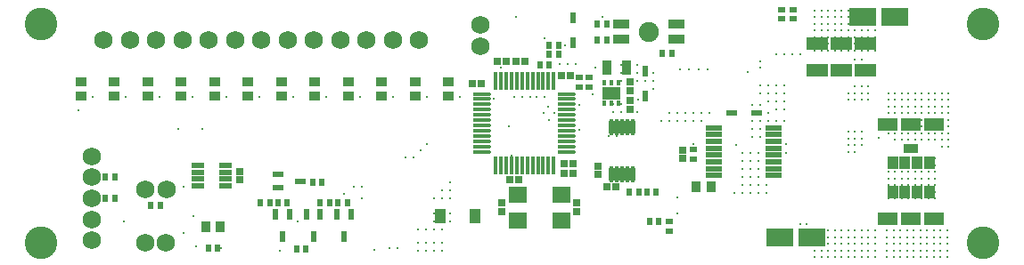
<source format=gbs>
G04 Layer_Color=16711935*
%FSAX25Y25*%
%MOIN*%
G70*
G01*
G75*
%ADD49C,0.07480*%
%ADD51C,0.12205*%
%ADD88R,0.02372X0.03947*%
%ADD96R,0.02569X0.02647*%
%ADD97R,0.02372X0.02765*%
%ADD98R,0.02765X0.02372*%
%ADD100R,0.02647X0.02569*%
%ADD121R,0.03356X0.05718*%
%ADD125C,0.06900*%
%ADD126C,0.01200*%
%ADD127R,0.06112X0.03750*%
%ADD128R,0.08474X0.04931*%
%ADD129R,0.01781X0.02372*%
%ADD130R,0.06899X0.04537*%
%ADD131R,0.02175X0.03947*%
%ADD132O,0.01781X0.06112*%
%ADD133R,0.10049X0.06702*%
%ADD134R,0.03947X0.02175*%
%ADD135R,0.03947X0.02372*%
%ADD136R,0.03356X0.04143*%
%ADD137R,0.04183X0.05403*%
%ADD138R,0.06400X0.02000*%
%ADD139R,0.04567X0.02402*%
%ADD140O,0.06702X0.01584*%
%ADD141O,0.01584X0.06702*%
%ADD142R,0.06900X0.06100*%
%ADD143R,0.07293X0.04931*%
%ADD144R,0.03947X0.04931*%
%ADD145R,0.05718X0.03356*%
%ADD146R,0.04143X0.03356*%
D49*
X0751500Y0626500D02*
D03*
D51*
X0876500Y0547500D02*
D03*
Y0629500D02*
D03*
X0524000D02*
D03*
Y0547500D02*
D03*
D88*
X0626000Y0549847D02*
D03*
X0628559Y0558153D02*
D03*
X0623441D02*
D03*
X0614500Y0549847D02*
D03*
X0617059Y0558153D02*
D03*
X0611941D02*
D03*
X0637500Y0549847D02*
D03*
X0640059Y0558153D02*
D03*
X0634941D02*
D03*
D96*
X0694886Y0615500D02*
D03*
X0698114D02*
D03*
X0705114D02*
D03*
X0701886D02*
D03*
X0735886Y0568500D02*
D03*
X0739114D02*
D03*
X0723114Y0573500D02*
D03*
X0719886D02*
D03*
X0723114Y0577000D02*
D03*
X0719886D02*
D03*
X0702614Y0571000D02*
D03*
X0699386D02*
D03*
X0685386Y0607000D02*
D03*
X0688614D02*
D03*
X0722114Y0610000D02*
D03*
X0718886D02*
D03*
D97*
X0714272Y0614000D02*
D03*
X0710728D02*
D03*
X0735772Y0629500D02*
D03*
X0732228D02*
D03*
X0735772Y0623500D02*
D03*
X0732228D02*
D03*
X0760043Y0618500D02*
D03*
X0756500D02*
D03*
X0750728Y0566500D02*
D03*
X0754272D02*
D03*
X0625728Y0570000D02*
D03*
X0629272D02*
D03*
X0590272Y0545500D02*
D03*
X0586728D02*
D03*
X0551772Y0564000D02*
D03*
X0548228D02*
D03*
X0551772Y0572000D02*
D03*
X0548228D02*
D03*
X0755272Y0555500D02*
D03*
X0751728D02*
D03*
X0632000Y0562500D02*
D03*
X0628457D02*
D03*
X0638772D02*
D03*
X0635228D02*
D03*
X0623272Y0545000D02*
D03*
X0619728D02*
D03*
X0565228Y0561500D02*
D03*
X0568772D02*
D03*
X0717772Y0618000D02*
D03*
X0714228D02*
D03*
X0717772Y0621500D02*
D03*
X0714228D02*
D03*
X0744228Y0566500D02*
D03*
X0747772D02*
D03*
X0616272Y0562500D02*
D03*
X0612728D02*
D03*
X0609772D02*
D03*
X0606228D02*
D03*
D98*
X0725500Y0609272D02*
D03*
Y0605728D02*
D03*
X0729000Y0609272D02*
D03*
Y0605728D02*
D03*
X0801000Y0634772D02*
D03*
Y0631228D02*
D03*
X0805500Y0634772D02*
D03*
Y0631228D02*
D03*
X0768000Y0578728D02*
D03*
Y0582272D02*
D03*
X0759000Y0551728D02*
D03*
Y0555272D02*
D03*
D100*
X0744500Y0607614D02*
D03*
Y0604386D02*
D03*
X0732500Y0576114D02*
D03*
Y0572886D02*
D03*
X0764000Y0582114D02*
D03*
Y0578886D02*
D03*
X0598500Y0574114D02*
D03*
Y0570886D02*
D03*
X0696586Y0559135D02*
D03*
Y0562364D02*
D03*
X0724586D02*
D03*
Y0559135D02*
D03*
X0744500Y0597386D02*
D03*
Y0600614D02*
D03*
D121*
X0735760Y0613000D02*
D03*
X0743240D02*
D03*
D125*
X0665555Y0623500D02*
D03*
X0655713D02*
D03*
X0645870D02*
D03*
X0636028D02*
D03*
X0626185D02*
D03*
X0616342D02*
D03*
X0606500D02*
D03*
X0596658D02*
D03*
X0586815D02*
D03*
X0576972D02*
D03*
X0567130D02*
D03*
X0557287D02*
D03*
X0547445D02*
D03*
X0543000Y0579748D02*
D03*
Y0571874D02*
D03*
Y0564000D02*
D03*
Y0556100D02*
D03*
Y0548200D02*
D03*
X0563063Y0547500D02*
D03*
X0570937D02*
D03*
X0688500Y0628937D02*
D03*
Y0621063D02*
D03*
X0563126Y0567500D02*
D03*
X0571000D02*
D03*
D126*
X0582000Y0546000D02*
D03*
X0671000Y0555500D02*
D03*
X0674000D02*
D03*
X0671000Y0552500D02*
D03*
X0577500Y0568500D02*
D03*
X0677000Y0570000D02*
D03*
X0671000Y0564000D02*
D03*
X0674000Y0567000D02*
D03*
X0660500Y0579500D02*
D03*
X0668500Y0584500D02*
D03*
X0666000Y0582000D02*
D03*
X0663500Y0579500D02*
D03*
X0797500Y0551000D02*
D03*
X0800500D02*
D03*
X0803500D02*
D03*
X0800500Y0548000D02*
D03*
X0803500D02*
D03*
X0797500D02*
D03*
X0674000Y0564000D02*
D03*
X0677000Y0567000D02*
D03*
Y0564000D02*
D03*
X0734000Y0632000D02*
D03*
X0723000Y0621000D02*
D03*
Y0623500D02*
D03*
X0783500Y0566000D02*
D03*
X0555000Y0555500D02*
D03*
X0584500Y0590000D02*
D03*
X0745000Y0601000D02*
D03*
X0735000Y0599000D02*
D03*
X0738000Y0599500D02*
D03*
X0747000Y0596500D02*
D03*
X0747500Y0601000D02*
D03*
X0846000Y0579000D02*
D03*
X0843500Y0576500D02*
D03*
X0841000Y0574000D02*
D03*
X0858500Y0564000D02*
D03*
X0856000D02*
D03*
X0853500D02*
D03*
X0851000D02*
D03*
X0848500D02*
D03*
X0846000D02*
D03*
X0843500D02*
D03*
X0851000Y0576500D02*
D03*
X0846000Y0574000D02*
D03*
X0851000Y0571500D02*
D03*
X0843500Y0566500D02*
D03*
Y0569000D02*
D03*
Y0571500D02*
D03*
Y0574000D02*
D03*
X0846000Y0576500D02*
D03*
Y0571500D02*
D03*
Y0569000D02*
D03*
Y0566500D02*
D03*
X0848500D02*
D03*
Y0569000D02*
D03*
Y0571500D02*
D03*
Y0574000D02*
D03*
Y0576500D02*
D03*
Y0579000D02*
D03*
X0851000D02*
D03*
Y0574000D02*
D03*
Y0569000D02*
D03*
Y0566500D02*
D03*
X0853500D02*
D03*
Y0569000D02*
D03*
Y0571500D02*
D03*
Y0574000D02*
D03*
Y0576500D02*
D03*
Y0579000D02*
D03*
X0856000D02*
D03*
Y0576500D02*
D03*
Y0574000D02*
D03*
Y0571500D02*
D03*
Y0569000D02*
D03*
Y0566500D02*
D03*
X0858500D02*
D03*
Y0569000D02*
D03*
Y0571500D02*
D03*
Y0574000D02*
D03*
Y0576500D02*
D03*
Y0579000D02*
D03*
X0841000Y0571500D02*
D03*
Y0569000D02*
D03*
Y0566500D02*
D03*
Y0564000D02*
D03*
X0773500Y0612500D02*
D03*
X0770000D02*
D03*
X0766500D02*
D03*
X0763000D02*
D03*
X0753000Y0605000D02*
D03*
Y0608000D02*
D03*
Y0611000D02*
D03*
X0693500Y0601500D02*
D03*
X0732500Y0576468D02*
D03*
X0719886Y0573500D02*
D03*
Y0577000D02*
D03*
X0723114Y0573500D02*
D03*
Y0577000D02*
D03*
X0732500Y0573500D02*
D03*
X0762000Y0558228D02*
D03*
X0628457Y0562500D02*
D03*
X0628500Y0559000D02*
D03*
X0616272Y0562500D02*
D03*
X0617000Y0559000D02*
D03*
X0674000Y0544500D02*
D03*
X0671000D02*
D03*
X0668000D02*
D03*
X0665000D02*
D03*
Y0547500D02*
D03*
Y0552500D02*
D03*
X0674000Y0547500D02*
D03*
X0671000D02*
D03*
X0668000D02*
D03*
Y0552500D02*
D03*
X0674000D02*
D03*
X0677000Y0555500D02*
D03*
Y0558500D02*
D03*
X0674000D02*
D03*
X0671000D02*
D03*
X0802000Y0593000D02*
D03*
X0799000D02*
D03*
X0796000D02*
D03*
Y0596000D02*
D03*
X0793000Y0599000D02*
D03*
X0790000D02*
D03*
X0793000Y0587000D02*
D03*
X0790000D02*
D03*
X0793000Y0590000D02*
D03*
X0790000D02*
D03*
X0793000Y0593000D02*
D03*
X0790000D02*
D03*
X0786500Y0566000D02*
D03*
X0789500D02*
D03*
X0792500D02*
D03*
X0795500D02*
D03*
Y0569000D02*
D03*
X0792500D02*
D03*
X0789500D02*
D03*
X0786500D02*
D03*
Y0572000D02*
D03*
X0789500D02*
D03*
X0792500D02*
D03*
Y0575000D02*
D03*
X0789500D02*
D03*
X0786500D02*
D03*
X0789500Y0578000D02*
D03*
X0786500D02*
D03*
X0792500D02*
D03*
Y0581000D02*
D03*
X0789500D02*
D03*
X0786500D02*
D03*
X0863500Y0586000D02*
D03*
X0861000D02*
D03*
X0858500D02*
D03*
X0856000D02*
D03*
X0853500D02*
D03*
X0856000Y0598500D02*
D03*
Y0593500D02*
D03*
X0853500Y0588500D02*
D03*
Y0591000D02*
D03*
Y0593500D02*
D03*
Y0596000D02*
D03*
Y0598500D02*
D03*
Y0601000D02*
D03*
X0856000D02*
D03*
Y0596000D02*
D03*
Y0591000D02*
D03*
Y0588500D02*
D03*
X0858500D02*
D03*
Y0591000D02*
D03*
Y0593500D02*
D03*
Y0596000D02*
D03*
Y0598500D02*
D03*
Y0601000D02*
D03*
X0861000D02*
D03*
Y0598500D02*
D03*
Y0596000D02*
D03*
Y0593500D02*
D03*
Y0591000D02*
D03*
Y0588500D02*
D03*
X0863500D02*
D03*
Y0591000D02*
D03*
Y0593500D02*
D03*
Y0596000D02*
D03*
Y0598500D02*
D03*
Y0601000D02*
D03*
X0851000Y0586000D02*
D03*
X0848500D02*
D03*
X0846000D02*
D03*
X0843500D02*
D03*
Y0598500D02*
D03*
Y0593500D02*
D03*
X0841000Y0588500D02*
D03*
Y0591000D02*
D03*
Y0593500D02*
D03*
Y0596000D02*
D03*
Y0598500D02*
D03*
Y0601000D02*
D03*
X0843500D02*
D03*
Y0596000D02*
D03*
Y0591000D02*
D03*
Y0588500D02*
D03*
X0846000D02*
D03*
Y0591000D02*
D03*
Y0593500D02*
D03*
Y0596000D02*
D03*
Y0598500D02*
D03*
Y0601000D02*
D03*
X0848500D02*
D03*
Y0598500D02*
D03*
Y0596000D02*
D03*
Y0593500D02*
D03*
Y0591000D02*
D03*
Y0588500D02*
D03*
X0851000D02*
D03*
Y0591000D02*
D03*
Y0593500D02*
D03*
Y0596000D02*
D03*
Y0598500D02*
D03*
Y0601000D02*
D03*
Y0603500D02*
D03*
X0848500D02*
D03*
X0846000D02*
D03*
X0843500D02*
D03*
X0841000D02*
D03*
X0863500D02*
D03*
X0861000D02*
D03*
X0858500D02*
D03*
X0856000D02*
D03*
X0853500D02*
D03*
X0863500Y0583500D02*
D03*
X0861000D02*
D03*
X0828500Y0581500D02*
D03*
X0826000D02*
D03*
Y0584000D02*
D03*
X0828500D02*
D03*
X0831000D02*
D03*
X0826000Y0601000D02*
D03*
X0833500Y0606000D02*
D03*
X0826000Y0586500D02*
D03*
Y0589000D02*
D03*
X0828500Y0586500D02*
D03*
X0831000D02*
D03*
Y0589000D02*
D03*
X0828500D02*
D03*
X0833500Y0603500D02*
D03*
Y0601000D02*
D03*
X0826000Y0603500D02*
D03*
X0828500Y0601000D02*
D03*
X0831000D02*
D03*
Y0603500D02*
D03*
X0828500D02*
D03*
Y0606000D02*
D03*
X0831000D02*
D03*
X0828500Y0616000D02*
D03*
X0831000D02*
D03*
X0836000Y0542000D02*
D03*
Y0544500D02*
D03*
Y0547000D02*
D03*
Y0549500D02*
D03*
Y0552000D02*
D03*
X0821000D02*
D03*
Y0549500D02*
D03*
Y0547000D02*
D03*
Y0544500D02*
D03*
X0818500D02*
D03*
Y0547000D02*
D03*
Y0549500D02*
D03*
Y0552000D02*
D03*
X0816000D02*
D03*
Y0549500D02*
D03*
Y0547000D02*
D03*
Y0544500D02*
D03*
X0813500D02*
D03*
Y0547000D02*
D03*
Y0552000D02*
D03*
Y0549500D02*
D03*
Y0542000D02*
D03*
X0816000D02*
D03*
X0818500D02*
D03*
X0821000D02*
D03*
X0833500Y0552000D02*
D03*
Y0549500D02*
D03*
Y0547000D02*
D03*
Y0544500D02*
D03*
X0831000D02*
D03*
Y0547000D02*
D03*
Y0549500D02*
D03*
Y0552000D02*
D03*
X0828500D02*
D03*
Y0549500D02*
D03*
Y0547000D02*
D03*
Y0544500D02*
D03*
X0826000D02*
D03*
Y0547000D02*
D03*
Y0552000D02*
D03*
X0823500D02*
D03*
Y0549500D02*
D03*
Y0547000D02*
D03*
Y0544500D02*
D03*
X0826000Y0549500D02*
D03*
X0823500Y0542000D02*
D03*
X0826000D02*
D03*
X0828500D02*
D03*
X0831000D02*
D03*
X0833500D02*
D03*
X0688614Y0607000D02*
D03*
X0629272Y0570000D02*
D03*
X0598500Y0570886D02*
D03*
Y0574114D02*
D03*
X0539000Y0602244D02*
D03*
X0543350Y0602000D02*
D03*
X0551500Y0602244D02*
D03*
X0555850Y0602000D02*
D03*
X0564000Y0602244D02*
D03*
X0568350Y0602000D02*
D03*
X0576500Y0602244D02*
D03*
X0580850Y0602000D02*
D03*
X0589000Y0602244D02*
D03*
X0593350Y0602000D02*
D03*
X0601500Y0602244D02*
D03*
X0605850Y0602000D02*
D03*
X0614000Y0602244D02*
D03*
X0618350Y0602000D02*
D03*
X0626500Y0602244D02*
D03*
X0630850Y0602000D02*
D03*
X0639000Y0602244D02*
D03*
X0643350Y0602000D02*
D03*
X0651500Y0602244D02*
D03*
X0655850Y0602000D02*
D03*
X0664000Y0602244D02*
D03*
X0668350Y0602000D02*
D03*
X0680850D02*
D03*
X0676500Y0602244D02*
D03*
X0648860Y0544747D02*
D03*
X0813500Y0619500D02*
D03*
X0816000D02*
D03*
X0818500D02*
D03*
X0821000D02*
D03*
X0823500D02*
D03*
X0826000D02*
D03*
X0828500D02*
D03*
X0831000D02*
D03*
X0833500D02*
D03*
X0836000D02*
D03*
X0813500Y0622000D02*
D03*
X0816000D02*
D03*
X0818500D02*
D03*
X0821000D02*
D03*
X0823500D02*
D03*
X0826000D02*
D03*
X0828500D02*
D03*
X0831000D02*
D03*
X0833500D02*
D03*
X0836000D02*
D03*
X0813500Y0624500D02*
D03*
X0816000D02*
D03*
X0818500D02*
D03*
X0821000D02*
D03*
X0823500D02*
D03*
X0826000D02*
D03*
X0828500D02*
D03*
X0831000D02*
D03*
X0833500D02*
D03*
X0836000D02*
D03*
X0813500Y0627000D02*
D03*
X0816000D02*
D03*
X0818500D02*
D03*
X0821000D02*
D03*
X0823500D02*
D03*
X0826000D02*
D03*
X0828500D02*
D03*
X0831000D02*
D03*
X0833500D02*
D03*
X0836000D02*
D03*
X0813500Y0629500D02*
D03*
X0816000D02*
D03*
X0818500D02*
D03*
X0821000D02*
D03*
X0823500D02*
D03*
X0826000D02*
D03*
X0828500D02*
D03*
X0831000D02*
D03*
X0833500D02*
D03*
X0836000D02*
D03*
X0813500Y0632000D02*
D03*
X0816000D02*
D03*
X0818500D02*
D03*
X0821000D02*
D03*
X0823500D02*
D03*
X0826000D02*
D03*
X0828500D02*
D03*
X0831000D02*
D03*
X0833500D02*
D03*
X0836000D02*
D03*
Y0634500D02*
D03*
X0833500D02*
D03*
X0831000D02*
D03*
X0828500D02*
D03*
X0826000D02*
D03*
X0823500D02*
D03*
X0821000D02*
D03*
X0818500D02*
D03*
X0816000D02*
D03*
X0813500D02*
D03*
X0768000Y0582272D02*
D03*
Y0584500D02*
D03*
X0802000Y0597500D02*
D03*
X0799000D02*
D03*
X0796000Y0603500D02*
D03*
X0793000D02*
D03*
Y0606500D02*
D03*
X0796000Y0600500D02*
D03*
Y0606500D02*
D03*
X0799000Y0600500D02*
D03*
X0802000D02*
D03*
Y0603500D02*
D03*
X0799000D02*
D03*
Y0606500D02*
D03*
X0802000D02*
D03*
X0620047Y0555451D02*
D03*
X0637387Y0565613D02*
D03*
X0641000Y0568500D02*
D03*
X0644000D02*
D03*
Y0564000D02*
D03*
X0577500Y0551000D02*
D03*
X0729000Y0609272D02*
D03*
X0718886Y0610000D02*
D03*
X0722114D02*
D03*
X0713614Y0598500D02*
D03*
X0716000Y0596000D02*
D03*
X0714000Y0593500D02*
D03*
X0712000Y0595876D02*
D03*
X0704000Y0602000D02*
D03*
X0725545Y0589853D02*
D03*
X0736500Y0587500D02*
D03*
X0724000Y0614500D02*
D03*
X0721000D02*
D03*
X0718000D02*
D03*
X0717500Y0618500D02*
D03*
X0696058Y0612876D02*
D03*
X0701000Y0602000D02*
D03*
X0709600D02*
D03*
X0712500D02*
D03*
X0793000Y0613000D02*
D03*
Y0615500D02*
D03*
X0788500Y0611500D02*
D03*
X0725500Y0599000D02*
D03*
X0802900Y0584400D02*
D03*
Y0581000D02*
D03*
X0705114Y0615500D02*
D03*
X0694886D02*
D03*
X0808000Y0618000D02*
D03*
X0805000D02*
D03*
X0802000D02*
D03*
X0799000D02*
D03*
X0722500Y0632000D02*
D03*
X0720000Y0621500D02*
D03*
X0793000Y0596000D02*
D03*
X0790000D02*
D03*
X0781000D02*
D03*
X0784000D02*
D03*
Y0584000D02*
D03*
X0744000Y0596500D02*
D03*
X0741000D02*
D03*
X0738000D02*
D03*
X0739500Y0587500D02*
D03*
X0762000Y0564300D02*
D03*
X0756000Y0593000D02*
D03*
X0759000Y0596000D02*
D03*
Y0593000D02*
D03*
X0764000Y0582500D02*
D03*
X0762000Y0596000D02*
D03*
Y0593000D02*
D03*
X0765000Y0596000D02*
D03*
X0747000Y0614000D02*
D03*
X0744000D02*
D03*
X0741000D02*
D03*
Y0611000D02*
D03*
X0744000D02*
D03*
X0747000D02*
D03*
X0750000D02*
D03*
Y0608000D02*
D03*
X0747000D02*
D03*
X0744000D02*
D03*
X0741000D02*
D03*
X0765000Y0593000D02*
D03*
X0768000D02*
D03*
Y0596000D02*
D03*
X0771000Y0593000D02*
D03*
Y0596000D02*
D03*
X0774000D02*
D03*
X0759000Y0551000D02*
D03*
X0741000Y0599500D02*
D03*
X0810600Y0554500D02*
D03*
X0808000D02*
D03*
X0837600Y0586833D02*
D03*
X0731500Y0613000D02*
D03*
X0730500Y0603000D02*
D03*
X0688000Y0558500D02*
D03*
X0685500D02*
D03*
Y0556000D02*
D03*
X0688000D02*
D03*
X0699000Y0591000D02*
D03*
X0707000Y0602000D02*
D03*
X0699995Y0580181D02*
D03*
X0619728Y0545000D02*
D03*
X0623272D02*
D03*
X0613500Y0544500D02*
D03*
X0701700Y0632000D02*
D03*
X0712500Y0624000D02*
D03*
X0839500Y0633000D02*
D03*
X0842000D02*
D03*
X0844500D02*
D03*
X0847000D02*
D03*
Y0630500D02*
D03*
X0844500D02*
D03*
X0842000D02*
D03*
X0839500D02*
D03*
X0850500Y0552000D02*
D03*
Y0549500D02*
D03*
Y0547000D02*
D03*
Y0544500D02*
D03*
X0848000D02*
D03*
Y0547000D02*
D03*
Y0549500D02*
D03*
Y0552000D02*
D03*
X0845500D02*
D03*
Y0549500D02*
D03*
Y0547000D02*
D03*
Y0544500D02*
D03*
X0843000D02*
D03*
Y0547000D02*
D03*
Y0552000D02*
D03*
Y0549500D02*
D03*
Y0542000D02*
D03*
X0845500D02*
D03*
X0848000D02*
D03*
X0850500D02*
D03*
X0863000Y0552000D02*
D03*
Y0549500D02*
D03*
Y0547000D02*
D03*
Y0544500D02*
D03*
X0860500D02*
D03*
Y0547000D02*
D03*
Y0549500D02*
D03*
Y0552000D02*
D03*
X0858000D02*
D03*
Y0549500D02*
D03*
Y0547000D02*
D03*
Y0544500D02*
D03*
X0855500D02*
D03*
Y0547000D02*
D03*
Y0552000D02*
D03*
X0853000D02*
D03*
Y0549500D02*
D03*
Y0547000D02*
D03*
Y0544500D02*
D03*
X0855500Y0549500D02*
D03*
X0853000Y0542000D02*
D03*
X0855500D02*
D03*
X0858000D02*
D03*
X0860500D02*
D03*
X0863000D02*
D03*
X0840500D02*
D03*
Y0549500D02*
D03*
Y0552000D02*
D03*
Y0547000D02*
D03*
Y0544500D02*
D03*
X0581000Y0557500D02*
D03*
X0538110Y0597000D02*
D03*
X0575500Y0590000D02*
D03*
X0591500Y0545500D02*
D03*
Y0553500D02*
D03*
X0551772Y0572000D02*
D03*
Y0564000D02*
D03*
X0654500Y0545500D02*
D03*
X0657500D02*
D03*
D127*
X0741264Y0623646D02*
D03*
Y0629354D02*
D03*
X0761736Y0623646D02*
D03*
Y0629354D02*
D03*
D128*
X0814500Y0622118D02*
D03*
Y0611882D02*
D03*
X0823500Y0622118D02*
D03*
Y0611882D02*
D03*
X0832500D02*
D03*
Y0622118D02*
D03*
D129*
X0734941Y0607339D02*
D03*
X0737500D02*
D03*
X0740059D02*
D03*
Y0599661D02*
D03*
X0737500D02*
D03*
X0734941D02*
D03*
D130*
X0737500Y0603500D02*
D03*
D131*
X0723000Y0622374D02*
D03*
Y0631626D02*
D03*
X0750000Y0611626D02*
D03*
Y0602374D02*
D03*
D132*
X0745437Y0573142D02*
D03*
X0743469D02*
D03*
X0741500D02*
D03*
X0739532D02*
D03*
X0737563D02*
D03*
X0745437Y0590858D02*
D03*
X0743469D02*
D03*
X0741500D02*
D03*
X0739532D02*
D03*
X0737563D02*
D03*
D133*
X0812504Y0549500D02*
D03*
X0800496D02*
D03*
X0843504Y0632000D02*
D03*
X0831496D02*
D03*
D134*
X0782374Y0596000D02*
D03*
X0791626D02*
D03*
D135*
X0621153Y0570500D02*
D03*
X0612847Y0573059D02*
D03*
Y0567941D02*
D03*
D136*
X0591256Y0553500D02*
D03*
X0585744D02*
D03*
X0774756Y0568500D02*
D03*
X0769244D02*
D03*
D137*
X0673563Y0557500D02*
D03*
X0686437D02*
D03*
D138*
X0775900Y0572543D02*
D03*
Y0575102D02*
D03*
Y0577661D02*
D03*
Y0580221D02*
D03*
Y0582780D02*
D03*
Y0585339D02*
D03*
Y0587898D02*
D03*
Y0590457D02*
D03*
X0798100D02*
D03*
Y0587898D02*
D03*
Y0585339D02*
D03*
Y0582780D02*
D03*
Y0580221D02*
D03*
Y0577661D02*
D03*
Y0575102D02*
D03*
Y0572543D02*
D03*
D139*
X0593118Y0576339D02*
D03*
Y0573779D02*
D03*
Y0571220D02*
D03*
X0582882D02*
D03*
Y0573779D02*
D03*
Y0576339D02*
D03*
Y0568661D02*
D03*
X0593118D02*
D03*
D140*
X0720894Y0581520D02*
D03*
Y0583488D02*
D03*
Y0585457D02*
D03*
Y0587425D02*
D03*
Y0589394D02*
D03*
Y0591362D02*
D03*
Y0593331D02*
D03*
Y0595299D02*
D03*
Y0597268D02*
D03*
Y0599236D02*
D03*
Y0601205D02*
D03*
Y0603173D02*
D03*
X0689201D02*
D03*
Y0601205D02*
D03*
Y0599236D02*
D03*
Y0597268D02*
D03*
Y0595299D02*
D03*
Y0593331D02*
D03*
Y0591362D02*
D03*
Y0589394D02*
D03*
Y0587425D02*
D03*
Y0585457D02*
D03*
Y0583488D02*
D03*
Y0581520D02*
D03*
D141*
X0715874Y0608193D02*
D03*
X0713906D02*
D03*
X0711937D02*
D03*
X0709969D02*
D03*
X0708000D02*
D03*
X0706032D02*
D03*
X0704063D02*
D03*
X0702095D02*
D03*
X0700126D02*
D03*
X0698158D02*
D03*
X0696189D02*
D03*
X0694221D02*
D03*
Y0576500D02*
D03*
X0696189D02*
D03*
X0698158D02*
D03*
X0700126D02*
D03*
X0702095D02*
D03*
X0704063D02*
D03*
X0706032D02*
D03*
X0708000D02*
D03*
X0709969D02*
D03*
X0711937D02*
D03*
X0713906D02*
D03*
X0715874D02*
D03*
D142*
X0718736Y0555850D02*
D03*
X0702436D02*
D03*
Y0565350D02*
D03*
X0718736D02*
D03*
D143*
X0840839Y0556284D02*
D03*
X0849500D02*
D03*
X0858161D02*
D03*
Y0591716D02*
D03*
X0849500D02*
D03*
X0840839D02*
D03*
D144*
X0856291Y0566323D02*
D03*
X0851764D02*
D03*
X0847236D02*
D03*
X0842709D02*
D03*
Y0577347D02*
D03*
X0847236D02*
D03*
X0851764D02*
D03*
X0856291D02*
D03*
D145*
X0849500Y0582858D02*
D03*
D146*
X0539000Y0607756D02*
D03*
Y0602244D02*
D03*
X0551500Y0607756D02*
D03*
Y0602244D02*
D03*
X0564000Y0607756D02*
D03*
Y0602244D02*
D03*
X0576500Y0607756D02*
D03*
Y0602244D02*
D03*
X0589000Y0607756D02*
D03*
Y0602244D02*
D03*
X0601500Y0607756D02*
D03*
Y0602244D02*
D03*
X0614000Y0607756D02*
D03*
Y0602244D02*
D03*
X0626500Y0607756D02*
D03*
Y0602244D02*
D03*
X0639000Y0607756D02*
D03*
Y0602244D02*
D03*
X0651500Y0607756D02*
D03*
Y0602244D02*
D03*
X0664000Y0607756D02*
D03*
Y0602244D02*
D03*
X0676500Y0607756D02*
D03*
Y0602244D02*
D03*
M02*

</source>
